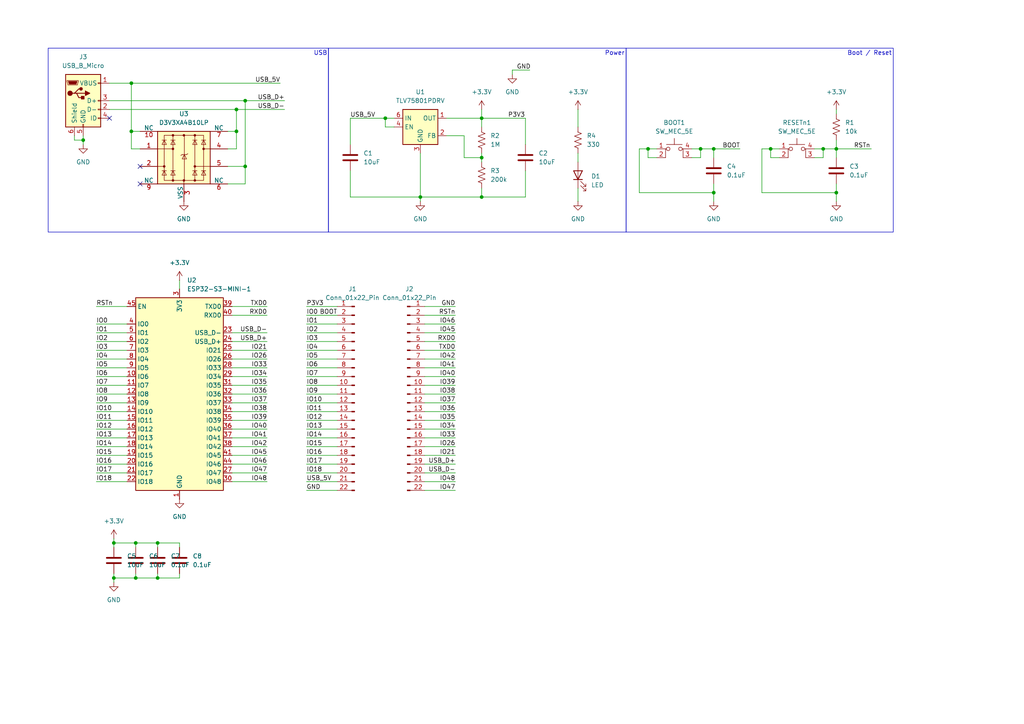
<source format=kicad_sch>
(kicad_sch (version 20231120) (generator "eeschema") (generator_version "8.0")
  (paper "A4")
  (lib_symbols
    (symbol "Connector:Conn_01x22_Pin" (pin_names (offset 1.016) hide)
      (property "Reference" "J" (at 0 27.94 0))
      (property "Value" "Conn_01x22_Pin" (at 0 -30.48 0))
      (symbol "Conn_01x22_Pin_1_1"
        (polyline (pts (xy 1.27 -27.94) (xy 0.8636 -27.94)) (stroke (width 0.1524)))
        (polyline (pts (xy 1.27 -25.4) (xy 0.8636 -25.4)) (stroke (width 0.1524)))
        (polyline (pts (xy 1.27 -22.86) (xy 0.8636 -22.86)) (stroke (width 0.1524)))
        (polyline (pts (xy 1.27 -20.32) (xy 0.8636 -20.32)) (stroke (width 0.1524)))
        (polyline (pts (xy 1.27 -17.78) (xy 0.8636 -17.78)) (stroke (width 0.1524)))
        (polyline (pts (xy 1.27 -15.24) (xy 0.8636 -15.24)) (stroke (width 0.1524)))
        (polyline (pts (xy 1.27 -12.7) (xy 0.8636 -12.7)) (stroke (width 0.1524)))
        (polyline (pts (xy 1.27 -10.16) (xy 0.8636 -10.16)) (stroke (width 0.1524)))
        (polyline (pts (xy 1.27 -7.62) (xy 0.8636 -7.62)) (stroke (width 0.1524)))
        (polyline (pts (xy 1.27 -5.08) (xy 0.8636 -5.08)) (stroke (width 0.1524)))
        (polyline (pts (xy 1.27 -2.54) (xy 0.8636 -2.54)) (stroke (width 0.1524)))
        (polyline (pts (xy 1.27 0) (xy 0.8636 0)) (stroke (width 0.1524)))
        (polyline (pts (xy 1.27 2.54) (xy 0.8636 2.54)) (stroke (width 0.1524)))
        (polyline (pts (xy 1.27 5.08) (xy 0.8636 5.08)) (stroke (width 0.1524)))
        (polyline (pts (xy 1.27 7.62) (xy 0.8636 7.62)) (stroke (width 0.1524)))
        (polyline (pts (xy 1.27 10.16) (xy 0.8636 10.16)) (stroke (width 0.1524)))
        (polyline (pts (xy 1.27 12.7) (xy 0.8636 12.7)) (stroke (width 0.1524)))
        (polyline (pts (xy 1.27 15.24) (xy 0.8636 15.24)) (stroke (width 0.1524)))
        (polyline (pts (xy 1.27 17.78) (xy 0.8636 17.78)) (stroke (width 0.1524)))
        (polyline (pts (xy 1.27 20.32) (xy 0.8636 20.32)) (stroke (width 0.1524)))
        (polyline (pts (xy 1.27 22.86) (xy 0.8636 22.86)) (stroke (width 0.1524)))
        (polyline (pts (xy 1.27 25.4) (xy 0.8636 25.4)) (stroke (width 0.1524)))
        (rectangle (start 0.8636 -27.813) (end 0 -28.067) (stroke (width 0.1524)) (fill (type outline)))
        (rectangle (start 0.8636 -25.273) (end 0 -25.527) (stroke (width 0.1524)) (fill (type outline)))
        (rectangle (start 0.8636 -22.733) (end 0 -22.987) (stroke (width 0.1524)) (fill (type outline)))
        (rectangle (start 0.8636 -20.193) (end 0 -20.447) (stroke (width 0.1524)) (fill (type outline)))
        (rectangle (start 0.8636 -17.653) (end 0 -17.907) (stroke (width 0.1524)) (fill (type outline)))
        (rectangle (start 0.8636 -15.113) (end 0 -15.367) (stroke (width 0.1524)) (fill (type outline)))
        (rectangle (start 0.8636 -12.573) (end 0 -12.827) (stroke (width 0.1524)) (fill (type outline)))
        (rectangle (start 0.8636 -10.033) (end 0 -10.287) (stroke (width 0.1524)) (fill (type outline)))
        (rectangle (start 0.8636 -7.493) (end 0 -7.747) (stroke (width 0.1524)) (fill (type outline)))
        (rectangle (start 0.8636 -4.953) (end 0 -5.207) (stroke (width 0.1524)) (fill (type outline)))
        (rectangle (start 0.8636 -2.413) (end 0 -2.667) (stroke (width 0.1524)) (fill (type outline)))
        (rectangle (start 0.8636 0.127) (end 0 -0.127) (stroke (width 0.1524)) (fill (type outline)))
        (rectangle (start 0.8636 2.667) (end 0 2.413) (stroke (width 0.1524)) (fill (type outline)))
        (rectangle (start 0.8636 5.207) (end 0 4.953) (stroke (width 0.1524)) (fill (type outline)))
        (rectangle (start 0.8636 7.747) (end 0 7.493) (stroke (width 0.1524)) (fill (type outline)))
        (rectangle (start 0.8636 10.287) (end 0 10.033) (stroke (width 0.1524)) (fill (type outline)))
        (rectangle (start 0.8636 12.827) (end 0 12.573) (stroke (width 0.1524)) (fill (type outline)))
        (rectangle (start 0.8636 15.367) (end 0 15.113) (stroke (width 0.1524)) (fill (type outline)))
        (rectangle (start 0.8636 17.907) (end 0 17.653) (stroke (width 0.1524)) (fill (type outline)))
        (rectangle (start 0.8636 20.447) (end 0 20.193) (stroke (width 0.1524)) (fill (type outline)))
        (rectangle (start 0.8636 22.987) (end 0 22.733) (stroke (width 0.1524)) (fill (type outline)))
        (rectangle (start 0.8636 25.527) (end 0 25.273) (stroke (width 0.1524)) (fill (type outline)))
        (pin passive line (at 5.08 25.4 180) (length 3.81) (name "Pin_1") (number "1"))
        (pin passive line (at 5.08 2.54 180) (length 3.81) (name "Pin_10") (number "10"))
        (pin passive line (at 5.08 0 180) (length 3.81) (name "Pin_11") (number "11"))
        (pin passive line (at 5.08 -2.54 180) (length 3.81) (name "Pin_12") (number "12"))
        (pin passive line (at 5.08 -5.08 180) (length 3.81) (name "Pin_13") (number "13"))
        (pin passive line (at 5.08 -7.62 180) (length 3.81) (name "Pin_14") (number "14"))
        (pin passive line (at 5.08 -10.16 180) (length 3.81) (name "Pin_15") (number "15"))
        (pin passive line (at 5.08 -12.7 180) (length 3.81) (name "Pin_16") (number "16"))
        (pin passive line (at 5.08 -15.24 180) (length 3.81) (name "Pin_17") (number "17"))
        (pin passive line (at 5.08 -17.78 180) (length 3.81) (name "Pin_18") (number "18"))
        (pin passive line (at 5.08 -20.32 180) (length 3.81) (name "Pin_19") (number "19"))
        (pin passive line (at 5.08 22.86 180) (length 3.81) (name "Pin_2") (number "2"))
        (pin passive line (at 5.08 -22.86 180) (length 3.81) (name "Pin_20") (number "20"))
        (pin passive line (at 5.08 -25.4 180) (length 3.81) (name "Pin_21") (number "21"))
        (pin passive line (at 5.08 -27.94 180) (length 3.81) (name "Pin_22") (number "22"))
        (pin passive line (at 5.08 20.32 180) (length 3.81) (name "Pin_3") (number "3"))
        (pin passive line (at 5.08 17.78 180) (length 3.81) (name "Pin_4") (number "4"))
        (pin passive line (at 5.08 15.24 180) (length 3.81) (name "Pin_5") (number "5"))
        (pin passive line (at 5.08 12.7 180) (length 3.81) (name "Pin_6") (number "6"))
        (pin passive line (at 5.08 10.16 180) (length 3.81) (name "Pin_7") (number "7"))
        (pin passive line (at 5.08 7.62 180) (length 3.81) (name "Pin_8") (number "8"))
        (pin passive line (at 5.08 5.08 180) (length 3.81) (name "Pin_9") (number "9"))
      )
    )
    (symbol "Connector:USB_B_Micro" (pin_names (offset 1.016))
      (property "Reference" "J" (at -5.08 11.43 0))
      (property "Value" "USB_B_Micro" (at -5.08 8.89 0))
      (symbol "USB_B_Micro_0_1"
        (rectangle (start -5.08 -7.62) (end 5.08 7.62) (stroke (width 0.254)) (fill (type background)))
        (circle (center -3.81 2.159) (radius 0.635) (stroke (width 0.254)) (fill (type outline)))
        (circle (center -0.635 3.429) (radius 0.381) (stroke (width 0.254)) (fill (type outline)))
        (rectangle (start -0.127 -7.62) (end 0.127 -6.858))
        (polyline (pts (xy -1.905 2.159) (xy 0.635 2.159)) (stroke (width 0.254)))
        (polyline (pts (xy -3.175 2.159) (xy -2.54 2.159) (xy -1.27 3.429) (xy -0.635 3.429)) (stroke (width 0.254)))
        (polyline (pts (xy -2.54 2.159) (xy -1.905 2.159) (xy -1.27 0.889) (xy 0 0.889)) (stroke (width 0.254)))
        (polyline (pts (xy 0.635 2.794) (xy 0.635 1.524) (xy 1.905 2.159) (xy 0.635 2.794)) (stroke (width 0.254)) (fill (type outline)))
        (polyline (pts (xy -4.318 5.588) (xy -1.778 5.588) (xy -2.032 4.826) (xy -4.064 4.826) (xy -4.318 5.588)) (fill (type outline)))
        (polyline (pts (xy -4.699 5.842) (xy -4.699 5.588) (xy -4.445 4.826) (xy -4.445 4.572) (xy -1.651 4.572) (xy -1.651 4.826) (xy -1.397 5.588) (xy -1.397 5.842) (xy -4.699 5.842)))
        (rectangle (start 0.254 1.27) (end -0.508 0.508) (stroke (width 0.254)) (fill (type outline)))
        (rectangle (start 5.08 -5.207) (end 4.318 -4.953))
        (rectangle (start 5.08 -2.667) (end 4.318 -2.413))
        (rectangle (start 5.08 -0.127) (end 4.318 0.127))
        (rectangle (start 5.08 4.953) (end 4.318 5.207))
      )
      (symbol "USB_B_Micro_1_1"
        (pin power_out line (at 7.62 5.08 180) (length 2.54) (name "VBUS") (number "1"))
        (pin bidirectional line (at 7.62 -2.54 180) (length 2.54) (name "D-") (number "2"))
        (pin bidirectional line (at 7.62 0 180) (length 2.54) (name "D+") (number "3"))
        (pin passive line (at 7.62 -5.08 180) (length 2.54) (name "ID") (number "4"))
        (pin power_out line (at 0 -10.16 90) (length 2.54) (name "GND") (number "5"))
        (pin passive line (at -2.54 -10.16 90) (length 2.54) (name "Shield") (number "6"))
      )
    )
    (symbol "Device:C" (pin_numbers hide) (pin_names (offset 0.254))
      (property "Reference" "C" (at 0.635 2.54 0))
      (property "Value" "C" (at 0.635 -2.54 0))
      (symbol "C_0_1"
        (polyline (pts (xy -2.032 -0.762) (xy 2.032 -0.762)) (stroke (width 0.508)))
        (polyline (pts (xy -2.032 0.762) (xy 2.032 0.762)) (stroke (width 0.508)))
      )
      (symbol "C_1_1"
        (pin passive line (at 0 3.81 270) (length 2.794) (name "~") (number "1"))
        (pin passive line (at 0 -3.81 90) (length 2.794) (name "~") (number "2"))
      )
    )
    (symbol "Device:LED" (pin_numbers hide) (pin_names (offset 1.016) hide)
      (property "Reference" "D" (at 0 2.54 0))
      (property "Value" "LED" (at 0 -2.54 0))
      (symbol "LED_0_1"
        (polyline (pts (xy -1.27 -1.27) (xy -1.27 1.27)) (stroke (width 0.254)))
        (polyline (pts (xy -1.27 0) (xy 1.27 0)))
        (polyline (pts (xy 1.27 -1.27) (xy 1.27 1.27) (xy -1.27 0) (xy 1.27 -1.27)) (stroke (width 0.254)))
        (polyline (pts (xy -3.048 -0.762) (xy -4.572 -2.286) (xy -3.81 -2.286) (xy -4.572 -2.286) (xy -4.572 -1.524)))
        (polyline (pts (xy -1.778 -0.762) (xy -3.302 -2.286) (xy -2.54 -2.286) (xy -3.302 -2.286) (xy -3.302 -1.524)))
      )
      (symbol "LED_1_1"
        (pin passive line (at -3.81 0 0) (length 2.54) (name "K") (number "1"))
        (pin passive line (at 3.81 0 180) (length 2.54) (name "A") (number "2"))
      )
    )
    (symbol "Device:R_US" (pin_numbers hide) (pin_names (offset 0))
      (property "Reference" "R" (at 2.54 0 90))
      (property "Value" "R_US" (at -2.54 0 90))
      (symbol "R_US_0_1"
        (polyline (pts (xy 0 -2.286) (xy 0 -2.54)))
        (polyline (pts (xy 0 2.286) (xy 0 2.54)))
        (polyline (pts (xy 0 -0.762) (xy 1.016 -1.143) (xy 0 -1.524) (xy -1.016 -1.905) (xy 0 -2.286)))
        (polyline (pts (xy 0 0.762) (xy 1.016 0.381) (xy 0 0) (xy -1.016 -0.381) (xy 0 -0.762)))
        (polyline (pts (xy 0 2.286) (xy 1.016 1.905) (xy 0 1.524) (xy -1.016 1.143) (xy 0 0.762)))
      )
      (symbol "R_US_1_1"
        (pin passive line (at 0 3.81 270) (length 1.27) (name "~") (number "1"))
        (pin passive line (at 0 -3.81 90) (length 1.27) (name "~") (number "2"))
      )
    )
    (symbol "Power_Protection:D3V3XA4B10LP" (pin_names (offset 0))
      (property "Reference" "U" (at -0.635 8.89 0))
      (property "Value" "D3V3XA4B10LP" (at 8.89 -10.16 0))
      (symbol "D3V3XA4B10LP_0_0"
        (rectangle (start -5.715 6.477) (end 5.715 -6.604))
        (polyline (pts (xy -3.175 -6.604) (xy -3.175 6.477)))
        (polyline (pts (xy 0.127 6.477) (xy 0.127 -6.604)))
        (polyline (pts (xy 3.175 6.477) (xy 3.175 -6.604)))
      )
      (symbol "D3V3XA4B10LP_0_1"
        (rectangle (start -7.62 7.62) (end 7.62 -7.62) (stroke (width 0.254)) (fill (type background)))
        (circle (center -5.715 -2.54) (radius 0.2794) (fill (type outline)))
        (circle (center -3.175 -6.604) (radius 0.2794) (fill (type outline)))
        (circle (center -3.175 2.54) (radius 0.2794) (fill (type outline)))
        (circle (center -3.175 6.477) (radius 0.2794) (fill (type outline)))
        (circle (center 0 -6.604) (radius 0.2794) (fill (type outline)))
        (polyline (pts (xy -7.747 2.54) (xy -3.175 2.54)))
        (polyline (pts (xy -7.62 -2.54) (xy -5.715 -2.54)))
        (polyline (pts (xy -5.08 -3.81) (xy -6.35 -3.81)))
        (polyline (pts (xy -5.08 5.08) (xy -6.35 5.08)))
        (polyline (pts (xy -2.54 -3.81) (xy -3.81 -3.81)))
        (polyline (pts (xy -2.54 5.08) (xy -3.81 5.08)))
        (polyline (pts (xy -0.508 0.889) (xy -0.889 0.635)))
        (polyline (pts (xy 0 -6.604) (xy 0 -7.62)))
        (polyline (pts (xy 0.762 0.889) (xy -0.508 0.889)))
        (polyline (pts (xy 0.762 0.889) (xy 1.143 1.143)))
        (polyline (pts (xy 3.81 -3.81) (xy 2.54 -3.81)))
        (polyline (pts (xy 3.81 5.08) (xy 2.54 5.08)))
        (polyline (pts (xy 6.35 -3.81) (xy 5.08 -3.81)))
        (polyline (pts (xy 6.35 5.08) (xy 5.08 5.08)))
        (polyline (pts (xy 7.62 -2.54) (xy 3.175 -2.54)))
        (polyline (pts (xy 7.62 2.54) (xy 5.715 2.54)))
        (polyline (pts (xy -5.08 -5.08) (xy -6.35 -5.08) (xy -5.715 -3.81) (xy -5.08 -5.08)))
        (polyline (pts (xy -5.08 3.81) (xy -6.35 3.81) (xy -5.715 5.08) (xy -5.08 3.81)))
        (polyline (pts (xy -2.54 -5.08) (xy -3.81 -5.08) (xy -3.175 -3.81) (xy -2.54 -5.08)))
        (polyline (pts (xy -2.54 3.81) (xy -3.81 3.81) (xy -3.175 5.08) (xy -2.54 3.81)))
        (polyline (pts (xy 0.762 -0.381) (xy -0.508 -0.381) (xy 0.127 0.889) (xy 0.762 -0.381)))
        (polyline (pts (xy 3.81 -5.08) (xy 2.54 -5.08) (xy 3.175 -3.81) (xy 3.81 -5.08)))
        (polyline (pts (xy 3.81 3.81) (xy 2.54 3.81) (xy 3.175 5.08) (xy 3.81 3.81)))
        (polyline (pts (xy 6.35 -5.08) (xy 5.08 -5.08) (xy 5.715 -3.81) (xy 6.35 -5.08)))
        (polyline (pts (xy 6.35 3.81) (xy 5.08 3.81) (xy 5.715 5.08) (xy 6.35 3.81)))
        (circle (center 0 6.477) (radius 0.2794) (fill (type outline)))
        (circle (center 3.175 -6.604) (radius 0.2794) (fill (type outline)))
        (circle (center 3.175 -2.54) (radius 0.2794) (fill (type outline)))
        (circle (center 3.175 6.477) (radius 0.2794) (fill (type outline)))
        (circle (center 5.715 2.54) (radius 0.2794) (fill (type outline)))
      )
      (symbol "D3V3XA4B10LP_1_1"
        (pin passive line (at -12.7 2.54 0) (length 5.08) (name "~") (number "1"))
        (pin free line (at -12.7 7.62 0) (length 5.08) (name "NC") (number "10"))
        (pin passive line (at -12.7 -2.54 0) (length 5.08) (name "~") (number "2"))
        (pin power_in line (at 0 -12.7 90) (length 5.08) (name "VSS") (number "3"))
        (pin passive line (at 12.7 2.54 180) (length 5.08) (name "~") (number "4"))
        (pin passive line (at 12.7 -2.54 180) (length 5.08) (name "~") (number "5"))
        (pin free line (at 12.7 -7.62 180) (length 5.08) (name "NC") (number "6"))
        (pin free line (at 12.7 7.62 180) (length 5.08) (name "NC") (number "7"))
        (pin passive line (at 0 -12.7 90) (length 5.08) hide (name "VSS") (number "8"))
        (pin free line (at -12.7 -7.62 0) (length 5.08) (name "NC") (number "9"))
      )
    )
    (symbol "RF_Module:ESP32-S3-MINI-1"
      (property "Reference" "U" (at -11.43 29.21 0))
      (property "Value" "ESP32-S3-MINI-1" (at 12.7 29.21 0))
      (symbol "ESP32-S3-MINI-1_0_1"
        (rectangle (start -12.7 27.94) (end 12.7 -27.94) (stroke (width 0.254)) (fill (type background)))
      )
      (symbol "ESP32-S3-MINI-1_1_1"
        (pin power_in line (at 0 -30.48 90) (length 2.54) (name "GND") (number "1"))
        (pin bidirectional line (at -15.24 5.08 0) (length 2.54) (name "IO6") (number "10"))
        (pin bidirectional line (at -15.24 2.54 0) (length 2.54) (name "IO7") (number "11"))
        (pin bidirectional line (at -15.24 0 0) (length 2.54) (name "IO8") (number "12"))
        (pin bidirectional line (at -15.24 -2.54 0) (length 2.54) (name "IO9") (number "13"))
        (pin bidirectional line (at -15.24 -5.08 0) (length 2.54) (name "IO10") (number "14"))
        (pin bidirectional line (at -15.24 -7.62 0) (length 2.54) (name "IO11") (number "15"))
        (pin bidirectional line (at -15.24 -10.16 0) (length 2.54) (name "IO12") (number "16"))
        (pin bidirectional line (at -15.24 -12.7 0) (length 2.54) (name "IO13") (number "17"))
        (pin bidirectional line (at -15.24 -15.24 0) (length 2.54) (name "IO14") (number "18"))
        (pin bidirectional line (at -15.24 -17.78 0) (length 2.54) (name "IO15") (number "19"))
        (pin passive line (at 0 -30.48 90) (length 2.54) hide (name "GND") (number "2"))
        (pin bidirectional line (at -15.24 -20.32 0) (length 2.54) (name "IO16") (number "20"))
        (pin bidirectional line (at -15.24 -22.86 0) (length 2.54) (name "IO17") (number "21"))
        (pin bidirectional line (at -15.24 -25.4 0) (length 2.54) (name "IO18") (number "22"))
        (pin bidirectional line (at 15.24 17.78 180) (length 2.54) (name "USB_D-") (number "23"))
        (pin bidirectional line (at 15.24 15.24 180) (length 2.54) (name "USB_D+") (number "24"))
        (pin bidirectional line (at 15.24 12.7 180) (length 2.54) (name "IO21") (number "25"))
        (pin bidirectional line (at 15.24 10.16 180) (length 2.54) (name "IO26") (number "26"))
        (pin bidirectional line (at 15.24 -22.86 180) (length 2.54) (name "IO47") (number "27"))
        (pin bidirectional line (at 15.24 7.62 180) (length 2.54) (name "IO33") (number "28"))
        (pin bidirectional line (at 15.24 5.08 180) (length 2.54) (name "IO34") (number "29"))
        (pin power_in line (at 0 30.48 270) (length 2.54) (name "3V3") (number "3"))
        (pin bidirectional line (at 15.24 -25.4 180) (length 2.54) (name "IO48") (number "30"))
        (pin bidirectional line (at 15.24 2.54 180) (length 2.54) (name "IO35") (number "31"))
        (pin bidirectional line (at 15.24 0 180) (length 2.54) (name "IO36") (number "32"))
        (pin bidirectional line (at 15.24 -2.54 180) (length 2.54) (name "IO37") (number "33"))
        (pin bidirectional line (at 15.24 -5.08 180) (length 2.54) (name "IO38") (number "34"))
        (pin bidirectional line (at 15.24 -7.62 180) (length 2.54) (name "IO39") (number "35"))
        (pin bidirectional line (at 15.24 -10.16 180) (length 2.54) (name "IO40") (number "36"))
        (pin bidirectional line (at 15.24 -12.7 180) (length 2.54) (name "IO41") (number "37"))
        (pin bidirectional line (at 15.24 -15.24 180) (length 2.54) (name "IO42") (number "38"))
        (pin bidirectional line (at 15.24 25.4 180) (length 2.54) (name "TXD0") (number "39"))
        (pin bidirectional line (at -15.24 20.32 0) (length 2.54) (name "IO0") (number "4"))
        (pin bidirectional line (at 15.24 22.86 180) (length 2.54) (name "RXD0") (number "40"))
        (pin bidirectional line (at 15.24 -17.78 180) (length 2.54) (name "IO45") (number "41"))
        (pin passive line (at 0 -30.48 90) (length 2.54) hide (name "GND") (number "42"))
        (pin passive line (at 0 -30.48 90) (length 2.54) hide (name "GND") (number "43"))
        (pin bidirectional line (at 15.24 -20.32 180) (length 2.54) (name "IO46") (number "44"))
        (pin input line (at -15.24 25.4 0) (length 2.54) (name "EN") (number "45"))
        (pin passive line (at 0 -30.48 90) (length 2.54) hide (name "GND") (number "46"))
        (pin passive line (at 0 -30.48 90) (length 2.54) hide (name "GND") (number "47"))
        (pin passive line (at 0 -30.48 90) (length 2.54) hide (name "GND") (number "48"))
        (pin passive line (at 0 -30.48 90) (length 2.54) hide (name "GND") (number "49"))
        (pin bidirectional line (at -15.24 17.78 0) (length 2.54) (name "IO1") (number "5"))
        (pin passive line (at 0 -30.48 90) (length 2.54) hide (name "GND") (number "50"))
        (pin passive line (at 0 -30.48 90) (length 2.54) hide (name "GND") (number "51"))
        (pin passive line (at 0 -30.48 90) (length 2.54) hide (name "GND") (number "52"))
        (pin passive line (at 0 -30.48 90) (length 2.54) hide (name "GND") (number "53"))
        (pin passive line (at 0 -30.48 90) (length 2.54) hide (name "GND") (number "54"))
        (pin passive line (at 0 -30.48 90) (length 2.54) hide (name "GND") (number "55"))
        (pin passive line (at 0 -30.48 90) (length 2.54) hide (name "GND") (number "56"))
        (pin passive line (at 0 -30.48 90) (length 2.54) hide (name "GND") (number "57"))
        (pin passive line (at 0 -30.48 90) (length 2.54) hide (name "GND") (number "58"))
        (pin passive line (at 0 -30.48 90) (length 2.54) hide (name "GND") (number "59"))
        (pin bidirectional line (at -15.24 15.24 0) (length 2.54) (name "IO2") (number "6"))
        (pin passive line (at 0 -30.48 90) (length 2.54) hide (name "GND") (number "60"))
        (pin passive line (at 0 -30.48 90) (length 2.54) hide (name "GND") (number "61"))
        (pin passive line (at 0 -30.48 90) (length 2.54) hide (name "GND") (number "62"))
        (pin passive line (at 0 -30.48 90) (length 2.54) hide (name "GND") (number "63"))
        (pin passive line (at 0 -30.48 90) (length 2.54) hide (name "GND") (number "64"))
        (pin passive line (at 0 -30.48 90) (length 2.54) hide (name "GND") (number "65"))
        (pin bidirectional line (at -15.24 12.7 0) (length 2.54) (name "IO3") (number "7"))
        (pin bidirectional line (at -15.24 10.16 0) (length 2.54) (name "IO4") (number "8"))
        (pin bidirectional line (at -15.24 7.62 0) (length 2.54) (name "IO5") (number "9"))
      )
    )
    (symbol "Regulator_Linear:TLV75801PDRV"
      (property "Reference" "U" (at -3.81 6.35 0))
      (property "Value" "TLV75801PDRV" (at 0 6.35 0))
      (symbol "TLV75801PDRV_0_1"
        (rectangle (start 5.08 -5.08) (end -5.08 5.08) (stroke (width 0.254)) (fill (type background)))
      )
      (symbol "TLV75801PDRV_1_1"
        (pin power_out line (at 7.62 2.54 180) (length 2.54) (name "OUT") (number "1"))
        (pin input line (at 7.62 -2.54 180) (length 2.54) (name "FB") (number "2"))
        (pin power_in line (at 0 -7.62 90) (length 2.54) (name "GND") (number "3"))
        (pin input line (at -7.62 0 0) (length 2.54) (name "EN") (number "4"))
        (pin no_connect line (at 5.08 0 180) (length 2.54) hide (name "DNC") (number "5"))
        (pin power_in line (at -7.62 2.54 0) (length 2.54) (name "IN") (number "6"))
        (pin passive line (at 0 -7.62 90) (length 2.54) hide (name "GND") (number "7"))
      )
    )
    (symbol "Switch:SW_MEC_5E" (pin_names (offset 1.016) hide)
      (property "Reference" "SW" (at 0.635 5.715 0))
      (property "Value" "SW_MEC_5E" (at 0 -3.175 0))
      (symbol "SW_MEC_5E_0_1"
        (circle (center -1.778 2.54) (radius 0.508))
        (polyline (pts (xy -2.286 3.81) (xy 2.286 3.81)))
        (polyline (pts (xy 0 3.81) (xy 0 5.588)))
        (polyline (pts (xy -2.54 0) (xy -2.54 2.54) (xy -2.286 2.54)))
        (polyline (pts (xy 2.54 0) (xy 2.54 2.54) (xy 2.286 2.54)))
        (circle (center 1.778 2.54) (radius 0.508))
        (pin passive line (at -5.08 2.54 0) (length 2.54) (name "1") (number "1"))
        (pin passive line (at -5.08 0 0) (length 2.54) (name "2") (number "2"))
        (pin passive line (at 5.08 0 180) (length 2.54) (name "K") (number "3"))
        (pin passive line (at 5.08 2.54 180) (length 2.54) (name "A") (number "4"))
      )
    )
    (symbol "power:+3.3V" (power) (pin_numbers hide) (pin_names (offset 0) hide)
      (property "Value" "+3.3V" (at 0 3.556 0))
      (symbol "+3.3V_0_1"
        (polyline (pts (xy -0.762 1.27) (xy 0 2.54)))
        (polyline (pts (xy 0 0) (xy 0 2.54)))
        (polyline (pts (xy 0 2.54) (xy 0.762 1.27)))
      )
      (symbol "+3.3V_1_1"
        (pin power_in line (at 0 0 90) (length 0) (name "~") (number "1"))
      )
    )
    (symbol "power:GND" (power) (pin_numbers hide) (pin_names (offset 0) hide)
      (property "Value" "GND" (at 0 -3.81 0))
      (symbol "GND_0_1"
        (polyline (pts (xy 0 0) (xy 0 -1.27) (xy 1.27 -1.27) (xy 0 -2.54) (xy -1.27 -1.27) (xy 0 -1.27)))
      )
      (symbol "GND_1_1"
        (pin power_in line (at 0 0 270) (length 0) (name "~") (number "1"))
      )
    )
  )
  (junction (at 242.57 43.18))
  (junction (at 238.76 43.18))
  (junction (at 71.12 29.21))
  (junction (at 203.2 43.18))
  (junction (at 38.1 38.1))
  (junction (at 121.92 57.15))
  (junction (at 207.01 43.18))
  (junction (at 33.02 167.64))
  (junction (at 45.72 157.48))
  (junction (at 39.37 167.64))
  (junction (at 45.72 167.64))
  (junction (at 139.7 34.29))
  (junction (at 242.57 55.88))
  (junction (at 139.7 45.72))
  (junction (at 71.12 48.26))
  (junction (at 38.1 24.13))
  (junction (at 139.7 57.15))
  (junction (at 223.52 43.18))
  (junction (at 111.76 34.29))
  (junction (at 39.37 157.48))
  (junction (at 187.96 43.18))
  (junction (at 24.13 40.64))
  (junction (at 207.01 55.88))
  (junction (at 33.02 157.48))
  (junction (at 68.58 31.75))
  (junction (at 68.58 38.1))
  (no_connect (at 31.75 34.29))
  (no_connect (at 40.64 48.26))
  (no_connect (at 40.64 53.34))
  (wire (pts (xy 66.04 48.26) (xy 71.12 48.26)))
  (wire (pts (xy 238.76 43.18) (xy 238.76 45.72)))
  (wire (pts (xy 33.02 156.21) (xy 33.02 157.48)))
  (wire (pts (xy 45.72 157.48) (xy 45.72 158.75)))
  (wire (pts (xy 88.9 134.62) (xy 97.79 134.62)))
  (wire (pts (xy 123.19 111.76) (xy 132.08 111.76)))
  (wire (pts (xy 77.47 137.16) (xy 67.31 137.16)))
  (wire (pts (xy 123.19 99.06) (xy 132.08 99.06)))
  (wire (pts (xy 220.98 55.88) (xy 242.57 55.88)))
  (wire (pts (xy 185.42 55.88) (xy 207.01 55.88)))
  (wire (pts (xy 200.66 45.72) (xy 203.2 45.72)))
  (wire (pts (xy 139.7 45.72) (xy 139.7 46.99)))
  (wire (pts (xy 238.76 43.18) (xy 242.57 43.18)))
  (wire (pts (xy 77.47 91.44) (xy 67.31 91.44)))
  (wire (pts (xy 185.42 43.18) (xy 187.96 43.18)))
  (wire (pts (xy 68.58 38.1) (xy 68.58 43.18)))
  (wire (pts (xy 27.94 129.54) (xy 36.83 129.54)))
  (wire (pts (xy 223.52 43.18) (xy 226.06 43.18)))
  (wire (pts (xy 45.72 166.37) (xy 45.72 167.64)))
  (wire (pts (xy 167.64 31.75) (xy 167.64 36.83)))
  (wire (pts (xy 123.19 142.24) (xy 132.08 142.24)))
  (wire (pts (xy 242.57 31.75) (xy 242.57 33.02)))
  (wire (pts (xy 33.02 157.48) (xy 33.02 158.75)))
  (wire (pts (xy 207.01 43.18) (xy 207.01 45.72)))
  (wire (pts (xy 236.22 43.18) (xy 238.76 43.18)))
  (wire (pts (xy 24.13 39.37) (xy 24.13 40.64)))
  (wire (pts (xy 77.47 127) (xy 67.31 127)))
  (wire (pts (xy 123.19 132.08) (xy 132.08 132.08)))
  (wire (pts (xy 77.47 111.76) (xy 67.31 111.76)))
  (wire (pts (xy 77.47 88.9) (xy 67.31 88.9)))
  (wire (pts (xy 88.9 142.24) (xy 97.79 142.24)))
  (wire (pts (xy 123.19 139.7) (xy 132.08 139.7)))
  (wire (pts (xy 88.9 119.38) (xy 97.79 119.38)))
  (wire (pts (xy 134.62 39.37) (xy 134.62 45.72)))
  (wire (pts (xy 123.19 134.62) (xy 132.08 134.62)))
  (wire (pts (xy 139.7 31.75) (xy 139.7 34.29)))
  (wire (pts (xy 187.96 43.18) (xy 190.5 43.18)))
  (wire (pts (xy 88.9 129.54) (xy 97.79 129.54)))
  (wire (pts (xy 123.19 93.98) (xy 132.08 93.98)))
  (wire (pts (xy 223.52 43.18) (xy 223.52 45.72)))
  (wire (pts (xy 45.72 167.64) (xy 52.07 167.64)))
  (wire (pts (xy 121.92 44.45) (xy 121.92 57.15)))
  (wire (pts (xy 31.75 29.21) (xy 71.12 29.21)))
  (wire (pts (xy 88.9 132.08) (xy 97.79 132.08)))
  (wire (pts (xy 77.47 124.46) (xy 67.31 124.46)))
  (wire (pts (xy 27.94 106.68) (xy 36.83 106.68)))
  (wire (pts (xy 121.92 58.42) (xy 121.92 57.15)))
  (wire (pts (xy 111.76 34.29) (xy 111.76 36.83)))
  (wire (pts (xy 27.94 124.46) (xy 36.83 124.46)))
  (wire (pts (xy 139.7 54.61) (xy 139.7 57.15)))
  (wire (pts (xy 123.19 109.22) (xy 132.08 109.22)))
  (wire (pts (xy 101.6 49.53) (xy 101.6 57.15)))
  (wire (pts (xy 88.9 116.84) (xy 97.79 116.84)))
  (wire (pts (xy 39.37 157.48) (xy 45.72 157.48)))
  (wire (pts (xy 129.54 34.29) (xy 139.7 34.29)))
  (wire (pts (xy 203.2 43.18) (xy 203.2 45.72)))
  (wire (pts (xy 88.9 99.06) (xy 97.79 99.06)))
  (wire (pts (xy 39.37 167.64) (xy 45.72 167.64)))
  (wire (pts (xy 27.94 116.84) (xy 36.83 116.84)))
  (wire (pts (xy 123.19 104.14) (xy 132.08 104.14)))
  (wire (pts (xy 39.37 166.37) (xy 39.37 167.64)))
  (wire (pts (xy 139.7 44.45) (xy 139.7 45.72)))
  (wire (pts (xy 77.47 129.54) (xy 67.31 129.54)))
  (wire (pts (xy 236.22 45.72) (xy 238.76 45.72)))
  (wire (pts (xy 101.6 34.29) (xy 111.76 34.29)))
  (wire (pts (xy 139.7 57.15) (xy 152.4 57.15)))
  (wire (pts (xy 111.76 34.29) (xy 114.3 34.29)))
  (wire (pts (xy 45.72 157.48) (xy 52.07 157.48)))
  (wire (pts (xy 101.6 57.15) (xy 121.92 57.15)))
  (wire (pts (xy 207.01 53.34) (xy 207.01 55.88)))
  (wire (pts (xy 200.66 43.18) (xy 203.2 43.18)))
  (wire (pts (xy 66.04 43.18) (xy 68.58 43.18)))
  (wire (pts (xy 77.47 109.22) (xy 67.31 109.22)))
  (wire (pts (xy 77.47 96.52) (xy 67.31 96.52)))
  (wire (pts (xy 33.02 167.64) (xy 33.02 168.91)))
  (wire (pts (xy 77.47 132.08) (xy 67.31 132.08)))
  (wire (pts (xy 134.62 45.72) (xy 139.7 45.72)))
  (wire (pts (xy 88.9 109.22) (xy 97.79 109.22)))
  (wire (pts (xy 207.01 55.88) (xy 207.01 58.42)))
  (wire (pts (xy 52.07 81.28) (xy 52.07 83.82)))
  (wire (pts (xy 38.1 38.1) (xy 40.64 38.1)))
  (wire (pts (xy 187.96 45.72) (xy 190.5 45.72)))
  (wire (pts (xy 71.12 29.21) (xy 82.55 29.21)))
  (wire (pts (xy 77.47 139.7) (xy 67.31 139.7)))
  (wire (pts (xy 24.13 40.64) (xy 24.13 41.91)))
  (wire (pts (xy 38.1 24.13) (xy 81.28 24.13)))
  (wire (pts (xy 27.94 109.22) (xy 36.83 109.22)))
  (wire (pts (xy 88.9 137.16) (xy 97.79 137.16)))
  (wire (pts (xy 88.9 106.68) (xy 97.79 106.68)))
  (wire (pts (xy 27.94 114.3) (xy 36.83 114.3)))
  (wire (pts (xy 88.9 91.44) (xy 97.79 91.44)))
  (wire (pts (xy 111.76 36.83) (xy 114.3 36.83)))
  (wire (pts (xy 139.7 34.29) (xy 139.7 36.83)))
  (wire (pts (xy 77.47 106.68) (xy 67.31 106.68)))
  (wire (pts (xy 66.04 38.1) (xy 68.58 38.1)))
  (wire (pts (xy 185.42 43.18) (xy 185.42 55.88)))
  (wire (pts (xy 123.19 114.3) (xy 132.08 114.3)))
  (wire (pts (xy 71.12 48.26) (xy 71.12 53.34)))
  (wire (pts (xy 88.9 111.76) (xy 97.79 111.76)))
  (wire (pts (xy 27.94 139.7) (xy 36.83 139.7)))
  (wire (pts (xy 167.64 44.45) (xy 167.64 46.99)))
  (wire (pts (xy 139.7 34.29) (xy 152.4 34.29)))
  (wire (pts (xy 152.4 34.29) (xy 152.4 41.91)))
  (wire (pts (xy 39.37 157.48) (xy 39.37 158.75)))
  (wire (pts (xy 27.94 137.16) (xy 36.83 137.16)))
  (wire (pts (xy 31.75 24.13) (xy 38.1 24.13)))
  (wire (pts (xy 242.57 53.34) (xy 242.57 55.88)))
  (wire (pts (xy 242.57 40.64) (xy 242.57 43.18)))
  (wire (pts (xy 68.58 31.75) (xy 68.58 38.1)))
  (wire (pts (xy 123.19 96.52) (xy 132.08 96.52)))
  (wire (pts (xy 152.4 49.53) (xy 152.4 57.15)))
  (wire (pts (xy 88.9 104.14) (xy 97.79 104.14)))
  (wire (pts (xy 123.19 116.84) (xy 132.08 116.84)))
  (wire (pts (xy 207.01 43.18) (xy 214.63 43.18)))
  (wire (pts (xy 27.94 104.14) (xy 36.83 104.14)))
  (wire (pts (xy 27.94 101.6) (xy 36.83 101.6)))
  (wire (pts (xy 52.07 166.37) (xy 52.07 167.64)))
  (wire (pts (xy 242.57 55.88) (xy 242.57 58.42)))
  (wire (pts (xy 27.94 132.08) (xy 36.83 132.08)))
  (wire (pts (xy 77.47 104.14) (xy 67.31 104.14)))
  (wire (pts (xy 220.98 43.18) (xy 220.98 55.88)))
  (wire (pts (xy 71.12 29.21) (xy 71.12 48.26)))
  (wire (pts (xy 21.59 40.64) (xy 24.13 40.64)))
  (wire (pts (xy 33.02 166.37) (xy 33.02 167.64)))
  (wire (pts (xy 123.19 129.54) (xy 132.08 129.54)))
  (wire (pts (xy 123.19 127) (xy 132.08 127)))
  (wire (pts (xy 123.19 91.44) (xy 132.08 91.44)))
  (wire (pts (xy 77.47 119.38) (xy 67.31 119.38)))
  (wire (pts (xy 77.47 116.84) (xy 67.31 116.84)))
  (wire (pts (xy 68.58 31.75) (xy 82.55 31.75)))
  (wire (pts (xy 88.9 121.92) (xy 97.79 121.92)))
  (wire (pts (xy 123.19 124.46) (xy 132.08 124.46)))
  (wire (pts (xy 223.52 45.72) (xy 226.06 45.72)))
  (wire (pts (xy 101.6 34.29) (xy 101.6 41.91)))
  (wire (pts (xy 33.02 167.64) (xy 39.37 167.64)))
  (wire (pts (xy 77.47 121.92) (xy 67.31 121.92)))
  (wire (pts (xy 167.64 54.61) (xy 167.64 58.42)))
  (wire (pts (xy 27.94 119.38) (xy 36.83 119.38)))
  (wire (pts (xy 121.92 57.15) (xy 139.7 57.15)))
  (wire (pts (xy 77.47 134.62) (xy 67.31 134.62)))
  (wire (pts (xy 88.9 88.9) (xy 97.79 88.9)))
  (wire (pts (xy 88.9 124.46) (xy 97.79 124.46)))
  (wire (pts (xy 187.96 43.18) (xy 187.96 45.72)))
  (wire (pts (xy 27.94 96.52) (xy 36.83 96.52)))
  (wire (pts (xy 88.9 114.3) (xy 97.79 114.3)))
  (wire (pts (xy 33.02 157.48) (xy 39.37 157.48)))
  (wire (pts (xy 148.59 20.32) (xy 153.67 20.32)))
  (wire (pts (xy 220.98 43.18) (xy 223.52 43.18)))
  (wire (pts (xy 38.1 43.18) (xy 40.64 43.18)))
  (wire (pts (xy 77.47 101.6) (xy 67.31 101.6)))
  (wire (pts (xy 27.94 134.62) (xy 36.83 134.62)))
  (wire (pts (xy 148.59 20.32) (xy 148.59 21.59)))
  (wire (pts (xy 27.94 99.06) (xy 36.83 99.06)))
  (wire (pts (xy 21.59 39.37) (xy 21.59 40.64)))
  (wire (pts (xy 31.75 31.75) (xy 68.58 31.75)))
  (wire (pts (xy 123.19 119.38) (xy 132.08 119.38)))
  (wire (pts (xy 88.9 93.98) (xy 97.79 93.98)))
  (wire (pts (xy 27.94 88.9) (xy 36.83 88.9)))
  (wire (pts (xy 123.19 137.16) (xy 132.08 137.16)))
  (wire (pts (xy 27.94 93.98) (xy 36.83 93.98)))
  (wire (pts (xy 27.94 127) (xy 36.83 127)))
  (wire (pts (xy 123.19 106.68) (xy 132.08 106.68)))
  (wire (pts (xy 88.9 127) (xy 97.79 127)))
  (wire (pts (xy 242.57 43.18) (xy 242.57 45.72)))
  (wire (pts (xy 123.19 101.6) (xy 132.08 101.6)))
  (wire (pts (xy 52.07 157.48) (xy 52.07 158.75)))
  (wire (pts (xy 129.54 39.37) (xy 134.62 39.37)))
  (wire (pts (xy 123.19 121.92) (xy 132.08 121.92)))
  (wire (pts (xy 123.19 88.9) (xy 132.08 88.9)))
  (wire (pts (xy 88.9 101.6) (xy 97.79 101.6)))
  (wire (pts (xy 77.47 99.06) (xy 67.31 99.06)))
  (wire (pts (xy 242.57 43.18) (xy 252.73 43.18)))
  (wire (pts (xy 203.2 43.18) (xy 207.01 43.18)))
  (wire (pts (xy 38.1 24.13) (xy 38.1 38.1)))
  (wire (pts (xy 77.47 114.3) (xy 67.31 114.3)))
  (wire (pts (xy 88.9 96.52) (xy 97.79 96.52)))
  (wire (pts (xy 27.94 111.76) (xy 36.83 111.76)))
  (wire (pts (xy 38.1 38.1) (xy 38.1 43.18)))
  (wire (pts (xy 27.94 121.92) (xy 36.83 121.92)))
  (wire (pts (xy 66.04 53.34) (xy 71.12 53.34)))
  (wire (pts (xy 88.9 139.7) (xy 97.79 139.7)))
  (rectangle (start 13.97 13.97) (end 95.25 67.31))
  (rectangle (start 181.61 13.97) (end 259.08 67.31))
  (rectangle (start 95.25 13.97) (end 181.61 67.31))
  (text "Boot / Reset" (at 252.222 15.494 0) (effects (font (size 1.27 1.27))))
  (text "Power" (at 178.308 15.494 0) (effects (font (size 1.27 1.27))))
  (text "USB" (at 92.964 15.494 0) (effects (font (size 1.27 1.27))))
  (label "IO40" (at 77.47 124.46 180))
  (label "IO36" (at 132.08 119.38 180))
  (label "USB_D+" (at 77.47 99.06 180))
  (label "USB_D+" (at 132.08 134.62 180))
  (label "IO5" (at 88.9 104.14 0))
  (label "USB_5V" (at 101.6 34.29 0))
  (label "IO33" (at 132.08 127 180))
  (label "IO46" (at 132.08 93.98 180))
  (label "USB_5V" (at 88.9 139.7 0))
  (label "IO18" (at 27.94 139.7 0))
  (label "IO17" (at 88.9 134.62 0))
  (label "IO8" (at 27.94 114.3 0))
  (label "IO18" (at 88.9 137.16 0))
  (label "IO14" (at 27.94 129.54 0))
  (label "IO42" (at 77.47 129.54 180))
  (label "IO45" (at 132.08 96.52 180))
  (label "P3V3" (at 147.32 34.29 0))
  (label "IO11" (at 88.9 119.38 0))
  (label "IO47" (at 77.47 137.16 180))
  (label "USB_5V" (at 81.28 24.13 180))
  (label "IO2" (at 88.9 96.52 0))
  (label "IO21" (at 77.47 101.6 180))
  (label "IO10" (at 27.94 119.38 0))
  (label "IO41" (at 77.47 127 180))
  (label "TXD0" (at 132.08 101.6 180))
  (label "IO42" (at 132.08 104.14 180))
  (label "IO6" (at 27.94 109.22 0))
  (label "IO39" (at 132.08 111.76 180))
  (label "TXD0" (at 77.47 88.9 180))
  (label "IO7" (at 88.9 109.22 0))
  (label "IO8" (at 88.9 111.76 0))
  (label "IO12" (at 88.9 121.92 0))
  (label "IO15" (at 27.94 132.08 0))
  (label "IO40" (at 132.08 109.22 180))
  (label "IO0" (at 88.9 91.44 0))
  (label "IO35" (at 77.47 111.76 180))
  (label "IO16" (at 88.9 132.08 0))
  (label "RSTn" (at 132.08 91.44 180))
  (label "IO34" (at 77.47 109.22 180))
  (label "RXD0" (at 77.47 91.44 180))
  (label "IO6" (at 88.9 106.68 0))
  (label "IO39" (at 77.47 121.92 180))
  (label "IO5" (at 27.94 106.68 0))
  (label "RSTn" (at 27.94 88.9 0))
  (label "IO37" (at 77.47 116.84 180))
  (label "GND" (at 149.86 20.32 0))
  (label "GND" (at 88.9 142.24 0))
  (label "IO48" (at 77.47 139.7 180))
  (label "IO47" (at 132.08 142.24 180))
  (label "IO41" (at 132.08 106.68 180))
  (label "IO3" (at 88.9 99.06 0))
  (label "IO38" (at 77.47 119.38 180))
  (label "IO2" (at 27.94 99.06 0))
  (label "IO1" (at 27.94 96.52 0))
  (label "IO1" (at 88.9 93.98 0))
  (label "IO13" (at 27.94 127 0))
  (label "USB_D-" (at 77.47 96.52 180))
  (label "RXD0" (at 132.08 99.06 180))
  (label "USB_D-" (at 132.08 137.16 180))
  (label "RSTn" (at 247.65 43.18 0))
  (label "IO17" (at 27.94 137.16 0))
  (label "USB_D-" (at 82.55 31.75 180))
  (label "IO13" (at 88.9 124.46 0))
  (label "IO26" (at 132.08 129.54 180))
  (label "IO11" (at 27.94 121.92 0))
  (label "P3V3" (at 88.9 88.9 0))
  (label "IO34" (at 132.08 124.46 180))
  (label "IO21" (at 132.08 132.08 180))
  (label "IO45" (at 77.47 132.08 180))
  (label "IO4" (at 27.94 104.14 0))
  (label "USB_D+" (at 82.55 29.21 180))
  (label "IO12" (at 27.94 124.46 0))
  (label "IO33" (at 77.47 106.68 180))
  (label "BOOT" (at 92.71 91.44 0))
  (label "IO0" (at 27.94 93.98 0))
  (label "GND" (at 132.08 88.9 180))
  (label "IO37" (at 132.08 116.84 180))
  (label "IO3" (at 27.94 101.6 0))
  (label "IO16" (at 27.94 134.62 0))
  (label "IO4" (at 88.9 101.6 0))
  (label "IO7" (at 27.94 111.76 0))
  (label "IO26" (at 77.47 104.14 180))
  (label "BOOT" (at 209.55 43.18 0))
  (label "IO14" (at 88.9 127 0))
  (label "IO9" (at 27.94 116.84 0))
  (label "IO9" (at 88.9 114.3 0))
  (label "IO48" (at 132.08 139.7 180))
  (label "IO38" (at 132.08 114.3 180))
  (label "IO15" (at 88.9 129.54 0))
  (label "IO46" (at 77.47 134.62 180))
  (label "IO35" (at 132.08 121.92 180))
  (label "IO36" (at 77.47 114.3 180))
  (label "IO10" (at 88.9 116.84 0))
  (symbol (lib_id "Device:LED") (at 167.64 50.8 90) (unit 1)
    (property "Reference" "D1" (at 171.45 51.1174 90) (effects (justify right)))
    (property "Value" "LED" (at 171.45 53.6574 90) (effects (justify right)))
    (property "Footprint" "LED_SMD:LED_0603_1608Metric" (effects (hide yes)))
    (property "Description" "Light emitting diode" (effects (hide yes)))
  )
  (symbol (lib_id "Device:R_US") (at 139.7 40.64 0) (unit 1)
    (property "Reference" "R2" (at 142.24 39.3699 0) (effects (justify left)))
    (property "Value" "1M" (at 142.24 41.9099 0) (effects (justify left)))
    (property "Footprint" "Resistor_SMD:R_0603_1608Metric" (effects (hide yes)))
    (property "Description" "Resistor, US symbol" (effects (hide yes)))
  )
  (symbol (lib_id "Connector:Conn_01x22_Pin") (at 102.87 114.3 0) (mirror y) (unit 1)
    (property "Reference" "J1" (at 102.235 83.82 0))
    (property "Value" "Conn_01x22_Pin" (at 102.235 86.36 0))
    (property "Footprint" "Connector_PinHeader_2.54mm:PinHeader_1x22_P2.54mm_Vertical" (effects (hide yes)))
    (property "Description" "Generic connector, single row, 01x22, script generated" (effects (hide yes)))
  )
  (symbol (lib_id "Switch:SW_MEC_5E") (at 231.14 45.72 0) (unit 1)
    (property "Reference" "RESETn1" (at 231.14 35.56 0))
    (property "Value" "SW_MEC_5E" (at 231.14 38.1 0))
    (property "Footprint" "Button_Switch_SMD:SW_SPST_PTS810" (effects (hide yes)))
    (property "Datasheet" "http://www.apem.com/int/index.php?controller=attachment&id_attachment=1371" (effects (hide yes)))
    (property "Description" "MEC 5E single pole normally-open tactile switch" (effects (hide yes)))
  )
  (symbol (lib_id "power:GND") (at 52.07 144.78 0) (unit 1)
    (property "Reference" "#PWR1" (effects (hide yes)))
    (property "Value" "GND" (at 52.07 149.86 0))
    (property "Description" "Power symbol creates a global label with name \"GND\" , ground" (effects (hide yes)))
  )
  (symbol (lib_id "Device:C") (at 52.07 162.56 0) (unit 1)
    (property "Reference" "C8" (at 55.88 161.2899 0) (effects (justify left)))
    (property "Value" "0.1uF" (at 55.88 163.8299 0) (effects (justify left)))
    (property "Footprint" "Capacitor_SMD:C_0603_1608Metric" (effects (hide yes)))
    (property "Description" "Unpolarized capacitor" (effects (hide yes)))
  )
  (symbol (lib_id "Device:R_US") (at 139.7 50.8 0) (unit 1)
    (property "Reference" "R3" (at 142.24 49.5299 0) (effects (justify left)))
    (property "Value" "200k" (at 142.24 52.0699 0) (effects (justify left)))
    (property "Footprint" "Resistor_SMD:R_0603_1608Metric" (effects (hide yes)))
    (property "Description" "Resistor, US symbol" (effects (hide yes)))
  )
  (symbol (lib_id "Power_Protection:D3V3XA4B10LP") (at 53.34 45.72 0) (unit 1)
    (property "Reference" "U3" (at 53.34 33.02 0))
    (property "Value" "D3V3XA4B10LP" (at 53.34 35.56 0))
    (property "Footprint" "Package_DFN_QFN:Diodes_UDFN-10_1.0x2.5mm_P0.5mm" (effects (hide yes)))
    (property "Datasheet" "https://www.diodes.com/assets/Datasheets/D3V3XA4B10LP.pdf" (effects (hide yes)))
    (property "Description" "4-Channel Low Capacitance TVS Diode Array, DFN-10" (effects (hide yes)))
  )
  (symbol (lib_id "power:GND") (at 242.57 58.42 0) (unit 1)
    (property "Reference" "#PWR9" (effects (hide yes)))
    (property "Value" "GND" (at 242.57 63.5 0))
    (property "Description" "Power symbol creates a global label with name \"GND\" , ground" (effects (hide yes)))
  )
  (symbol (lib_id "Device:C") (at 152.4 45.72 0) (unit 1)
    (property "Reference" "C2" (at 156.21 44.4499 0) (effects (justify left)))
    (property "Value" "10uF" (at 156.21 46.9899 0) (effects (justify left)))
    (property "Footprint" "Capacitor_SMD:C_0603_1608Metric" (effects (hide yes)))
    (property "Description" "Unpolarized capacitor" (effects (hide yes)))
  )
  (symbol (lib_id "power:GND") (at 33.02 168.91 0) (unit 1)
    (property "Reference" "#PWR14" (effects (hide yes)))
    (property "Value" "GND" (at 33.02 173.99 0))
    (property "Description" "Power symbol creates a global label with name \"GND\" , ground" (effects (hide yes)))
  )
  (symbol (lib_id "power:+3.3V") (at 52.07 81.28 0) (unit 1)
    (property "Reference" "#PWR12" (effects (hide yes)))
    (property "Value" "+3.3V" (at 52.07 76.2 0))
    (property "Description" "Power symbol creates a global label with name \"+3.3V\"" (effects (hide yes)))
  )
  (symbol (lib_id "Device:R_US") (at 242.57 36.83 0) (unit 1)
    (property "Reference" "R1" (at 245.11 35.5599 0) (effects (justify left)))
    (property "Value" "10k" (at 245.11 38.0999 0) (effects (justify left)))
    (property "Footprint" "Resistor_SMD:R_0603_1608Metric" (effects (hide yes)))
    (property "Description" "Resistor, US symbol" (effects (hide yes)))
  )
  (symbol (lib_id "power:GND") (at 207.01 58.42 0) (unit 1)
    (property "Reference" "#PWR11" (effects (hide yes)))
    (property "Value" "GND" (at 207.01 63.5 0))
    (property "Description" "Power symbol creates a global label with name \"GND\" , ground" (effects (hide yes)))
  )
  (symbol (lib_id "RF_Module:ESP32-S3-MINI-1") (at 52.07 114.3 0) (unit 1)
    (property "Reference" "U2" (at 54.2641 81.28 0) (effects (justify left)))
    (property "Value" "ESP32-S3-MINI-1" (at 54.2641 83.82 0) (effects (justify left)))
    (property "Footprint" "RF_Module:ESP32-S2-MINI-1" (effects (hide yes)))
    (property "Datasheet" "https://www.espressif.com/sites/default/files/documentation/esp32-s3-mini-1_mini-1u_datasheet_en.pdf" (effects (hide yes)))
    (property "Description" "RF Module, ESP32-S3 SoC, Wi-Fi 802.11b/g/n, Bluetooth, BLE, 32-bit, 3.3V, SMD, onboard antenna" (effects (hide yes)))
  )
  (symbol (lib_id "Switch:SW_MEC_5E") (at 195.58 45.72 0) (unit 1)
    (property "Reference" "BOOT1" (at 195.58 35.56 0))
    (property "Value" "SW_MEC_5E" (at 195.58 38.1 0))
    (property "Footprint" "Button_Switch_SMD:SW_SPST_PTS810" (effects (hide yes)))
    (property "Datasheet" "http://www.apem.com/int/index.php?controller=attachment&id_attachment=1371" (effects (hide yes)))
    (property "Description" "MEC 5E single pole normally-open tactile switch" (effects (hide yes)))
  )
  (symbol (lib_id "Device:C") (at 33.02 162.56 0) (unit 1)
    (property "Reference" "C5" (at 36.83 161.2899 0) (effects (justify left)))
    (property "Value" "10uF" (at 36.83 163.8299 0) (effects (justify left)))
    (property "Footprint" "Capacitor_SMD:C_0603_1608Metric" (effects (hide yes)))
    (property "Description" "Unpolarized capacitor" (effects (hide yes)))
  )
  (symbol (lib_id "power:GND") (at 53.34 58.42 0) (unit 1)
    (property "Reference" "#PWR2" (effects (hide yes)))
    (property "Value" "GND" (at 53.34 63.5 0))
    (property "Description" "Power symbol creates a global label with name \"GND\" , ground" (effects (hide yes)))
  )
  (symbol (lib_id "power:GND") (at 24.13 41.91 0) (unit 1)
    (property "Reference" "#PWR3" (effects (hide yes)))
    (property "Value" "GND" (at 24.13 46.99 0))
    (property "Description" "Power symbol creates a global label with name \"GND\" , ground" (effects (hide yes)))
  )
  (symbol (lib_id "power:GND") (at 121.92 58.42 0) (unit 1)
    (property "Reference" "#PWR7" (effects (hide yes)))
    (property "Value" "GND" (at 121.92 63.5 0))
    (property "Description" "Power symbol creates a global label with name \"GND\" , ground" (effects (hide yes)))
  )
  (symbol (lib_id "Device:C") (at 39.37 162.56 0) (unit 1)
    (property "Reference" "C6" (at 43.18 161.2899 0) (effects (justify left)))
    (property "Value" "10uF" (at 43.18 163.8299 0) (effects (justify left)))
    (property "Footprint" "Capacitor_SMD:C_0603_1608Metric" (effects (hide yes)))
    (property "Description" "Unpolarized capacitor" (effects (hide yes)))
  )
  (symbol (lib_id "power:+3.3V") (at 242.57 31.75 0) (unit 1)
    (property "Reference" "#PWR8" (effects (hide yes)))
    (property "Value" "+3.3V" (at 242.57 26.67 0))
    (property "Description" "Power symbol creates a global label with name \"+3.3V\"" (effects (hide yes)))
  )
  (symbol (lib_id "power:GND") (at 148.59 21.59 0) (unit 1)
    (property "Reference" "#PWR10" (effects (hide yes)))
    (property "Value" "GND" (at 148.59 26.67 0))
    (property "Description" "Power symbol creates a global label with name \"GND\" , ground" (effects (hide yes)))
  )
  (symbol (lib_id "power:GND") (at 167.64 58.42 0) (unit 1)
    (property "Reference" "#PWR6" (effects (hide yes)))
    (property "Value" "GND" (at 167.64 63.5 0))
    (property "Description" "Power symbol creates a global label with name \"GND\" , ground" (effects (hide yes)))
  )
  (symbol (lib_id "Connector:Conn_01x22_Pin") (at 118.11 114.3 0) (unit 1)
    (property "Reference" "J2" (at 118.745 83.82 0))
    (property "Value" "Conn_01x22_Pin" (at 118.745 86.36 0))
    (property "Footprint" "Connector_PinHeader_2.54mm:PinHeader_1x22_P2.54mm_Vertical" (effects (hide yes)))
    (property "Description" "Generic connector, single row, 01x22, script generated" (effects (hide yes)))
  )
  (symbol (lib_id "Connector:USB_B_Micro") (at 24.13 29.21 0) (unit 1)
    (property "Reference" "J3" (at 24.13 16.51 0))
    (property "Value" "USB_B_Micro" (at 24.13 19.05 0))
    (property "Footprint" "Connector_USB:USB_Micro-B_Molex-105017-0001" (effects (hide yes)))
    (property "Description" "USB Micro Type B connector" (effects (hide yes)))
  )
  (symbol (lib_id "Device:C") (at 101.6 45.72 0) (unit 1)
    (property "Reference" "C1" (at 105.41 44.4499 0) (effects (justify left)))
    (property "Value" "10uF" (at 105.41 46.9899 0) (effects (justify left)))
    (property "Footprint" "Capacitor_SMD:C_0603_1608Metric" (effects (hide yes)))
    (property "Description" "Unpolarized capacitor" (effects (hide yes)))
  )
  (symbol (lib_id "Device:C") (at 207.01 49.53 0) (unit 1)
    (property "Reference" "C4" (at 210.82 48.2599 0) (effects (justify left)))
    (property "Value" "0.1uF" (at 210.82 50.7999 0) (effects (justify left)))
    (property "Footprint" "Capacitor_SMD:C_0603_1608Metric" (effects (hide yes)))
    (property "Description" "Unpolarized capacitor" (effects (hide yes)))
  )
  (symbol (lib_id "power:+3.3V") (at 139.7 31.75 0) (unit 1)
    (property "Reference" "#PWR4" (effects (hide yes)))
    (property "Value" "+3.3V" (at 139.7 26.67 0))
    (property "Description" "Power symbol creates a global label with name \"+3.3V\"" (effects (hide yes)))
  )
  (symbol (lib_id "Device:C") (at 45.72 162.56 0) (unit 1)
    (property "Reference" "C7" (at 49.53 161.2899 0) (effects (justify left)))
    (property "Value" "0.1uF" (at 49.53 163.8299 0) (effects (justify left)))
    (property "Footprint" "Capacitor_SMD:C_0603_1608Metric" (effects (hide yes)))
    (property "Description" "Unpolarized capacitor" (effects (hide yes)))
  )
  (symbol (lib_id "power:+3.3V") (at 167.64 31.75 0) (unit 1)
    (property "Reference" "#PWR5" (effects (hide yes)))
    (property "Value" "+3.3V" (at 167.64 26.67 0))
    (property "Description" "Power symbol creates a global label with name \"+3.3V\"" (effects (hide yes)))
  )
  (symbol (lib_id "Regulator_Linear:TLV75801PDRV") (at 121.92 36.83 0) (unit 1)
    (property "Reference" "U1" (at 121.92 26.67 0))
    (property "Value" "TLV75801PDRV" (at 121.92 29.21 0))
    (property "Footprint" "Package_SON:WSON-6-1EP_2x2mm_P0.65mm_EP1x1.6mm" (effects (hide yes)))
    (property "Datasheet" "https://www.ti.com/lit/ds/symlink/tlv758p.pdf" (effects (hide yes)))
    (property "Description" "500mA Low-Dropout Linear Regulator, Adjustable Output, WSON-6" (effects (hide yes)))
  )
  (symbol (lib_id "Device:R_US") (at 167.64 40.64 0) (unit 1)
    (property "Reference" "R4" (at 170.18 39.3699 0) (effects (justify left)))
    (property "Value" "330" (at 170.18 41.9099 0) (effects (justify left)))
    (property "Footprint" "Resistor_SMD:R_0603_1608Metric" (effects (hide yes)))
    (property "Description" "Resistor, US symbol" (effects (hide yes)))
  )
  (symbol (lib_id "power:+3.3V") (at 33.02 156.21 0) (unit 1)
    (property "Reference" "#PWR13" (effects (hide yes)))
    (property "Value" "+3.3V" (at 33.02 151.13 0))
    (property "Description" "Power symbol creates a global label with name \"+3.3V\"" (effects (hide yes)))
  )
  (symbol (lib_id "Device:C") (at 242.57 49.53 0) (unit 1)
    (property "Reference" "C3" (at 246.38 48.2599 0) (effects (justify left)))
    (property "Value" "0.1uF" (at 246.38 50.7999 0) (effects (justify left)))
    (property "Footprint" "Capacitor_SMD:C_0603_1608Metric" (effects (hide yes)))
    (property "Description" "Unpolarized capacitor" (effects (hide yes)))
  )
)
</source>
